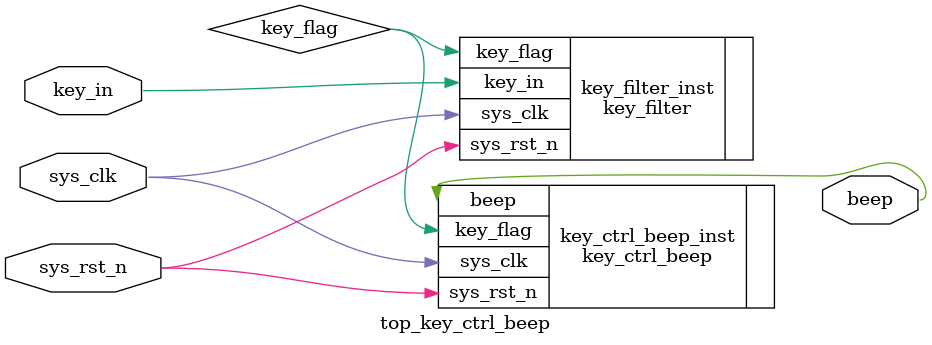
<source format=v>
`timescale  1ns/1ns

module  top_key_ctrl_beep
(
    input   wire    sys_clk     ,   //系统时钟，50MHz
    input   wire    sys_rst_n   ,   //系统复位，低有效
    input   wire    key_in      ,   //按键输入信号

    output  wire    beep            //蜂鸣器控制信号
);

//********************************************************************//
//******************** Parameter And Internal Signal *****************//
//********************************************************************//
//parameter define
parameter   CNT_MAX =   20'd999_999;    //计数器计数最大值

//wire  define
wire    key_flag;   //按键消抖后标志信号

//********************************************************************//
//*************************** Instantiation **************************//
//********************************************************************//
//------------- key_fifter_inst --------------
key_filter 
#(
    .CNT_MAX      (CNT_MAX  )       //计数器计数最大值
)
key_filter_inst
(
    .sys_clk      (sys_clk  )   ,   //系统时钟50Mhz
    .sys_rst_n    (sys_rst_n)   ,   //全局复位
    .key_in       (key_in   )   ,   //按键输入信号

    .key_flag     (key_flag )       //按键消抖后标志信号
);

//------------- key_ctrl_beep --------------
key_ctrl_beep   key_ctrl_beep_inst
(
    .sys_clk     (sys_clk  )    ,   //系统时钟，频率50MHz
    .sys_rst_n   (sys_rst_n)    ,   //复位信号，低电平有效
    .key_flag    (key_flag )    ,   //按键有效信号
                                    
    .beep        (beep     )        //蜂鸣器控制信号
);

endmodule

</source>
